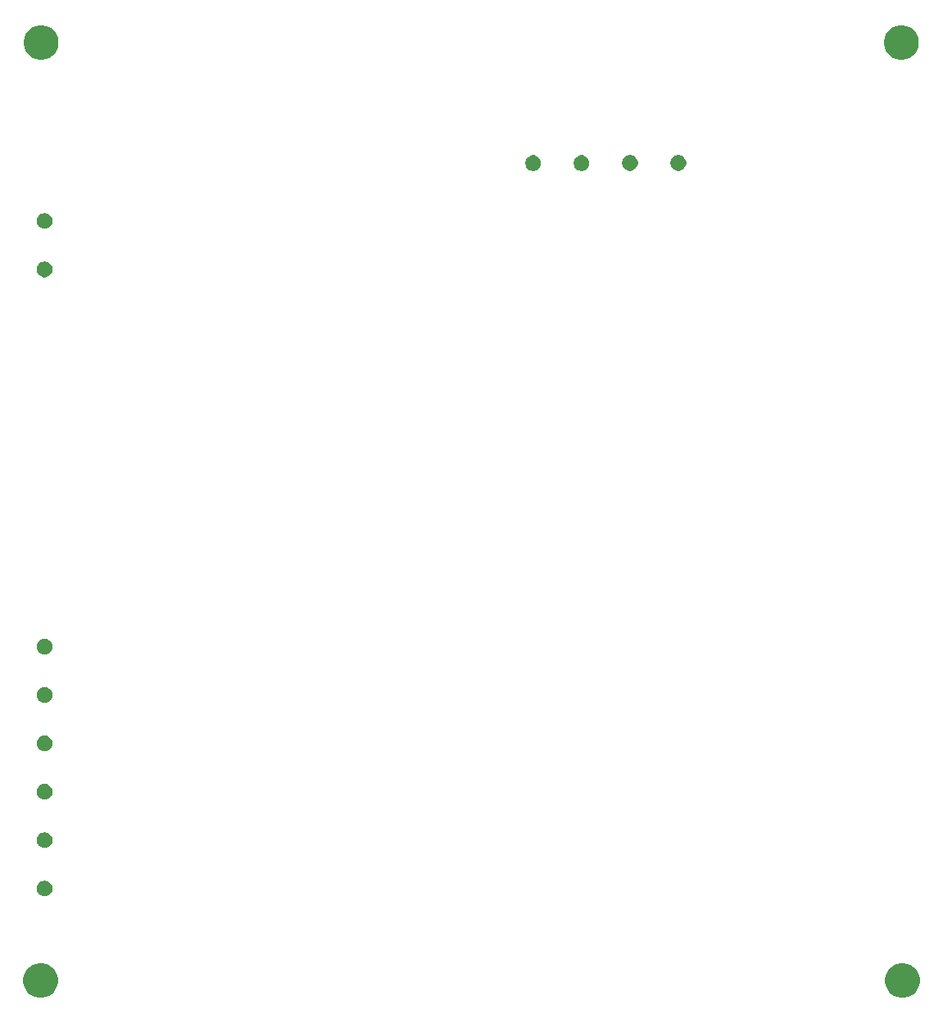
<source format=gbr>
G04 #@! TF.GenerationSoftware,KiCad,Pcbnew,5.1.5*
G04 #@! TF.CreationDate,2020-01-08T22:08:46+02:00*
G04 #@! TF.ProjectId,proto_II_assembly,70726f74-6f5f-4494-995f-617373656d62,rev?*
G04 #@! TF.SameCoordinates,Original*
G04 #@! TF.FileFunction,Soldermask,Bot*
G04 #@! TF.FilePolarity,Negative*
%FSLAX46Y46*%
G04 Gerber Fmt 4.6, Leading zero omitted, Abs format (unit mm)*
G04 Created by KiCad (PCBNEW 5.1.5) date 2020-01-08 22:08:46*
%MOMM*%
%LPD*%
G04 APERTURE LIST*
G04 #@! TA.AperFunction,NonConductor*
%ADD10C,0.160000*%
G04 #@! TD*
G04 APERTURE END LIST*
D10*
G36*
X44125331Y-128268212D02*
G01*
X44453092Y-128403975D01*
X44748070Y-128601073D01*
X44998928Y-128851931D01*
X45196026Y-129146909D01*
X45331789Y-129474670D01*
X45401000Y-129822617D01*
X45401000Y-130177385D01*
X45331789Y-130525332D01*
X45196026Y-130853093D01*
X44998928Y-131148071D01*
X44748070Y-131398929D01*
X44453092Y-131596027D01*
X44125331Y-131731790D01*
X43777384Y-131801001D01*
X43422616Y-131801001D01*
X43074669Y-131731790D01*
X42746908Y-131596027D01*
X42451930Y-131398929D01*
X42201072Y-131148071D01*
X42003974Y-130853093D01*
X41868211Y-130525332D01*
X41799000Y-130177385D01*
X41799000Y-129822617D01*
X41868211Y-129474670D01*
X42003974Y-129146909D01*
X42201072Y-128851931D01*
X42451930Y-128601073D01*
X42746908Y-128403975D01*
X43074669Y-128268212D01*
X43422616Y-128199001D01*
X43777384Y-128199001D01*
X44125331Y-128268212D01*
G37*
G36*
X133175331Y-128268212D02*
G01*
X133503092Y-128403975D01*
X133798070Y-128601073D01*
X134048928Y-128851931D01*
X134246026Y-129146909D01*
X134381789Y-129474670D01*
X134451000Y-129822617D01*
X134451000Y-130177385D01*
X134381789Y-130525332D01*
X134246026Y-130853093D01*
X134048928Y-131148071D01*
X133798070Y-131398929D01*
X133503092Y-131596027D01*
X133175331Y-131731790D01*
X132827384Y-131801001D01*
X132472616Y-131801001D01*
X132124669Y-131731790D01*
X131796908Y-131596027D01*
X131501930Y-131398929D01*
X131251072Y-131148071D01*
X131053974Y-130853093D01*
X130918211Y-130525332D01*
X130849000Y-130177385D01*
X130849000Y-129822617D01*
X130918211Y-129474670D01*
X131053974Y-129146909D01*
X131251072Y-128851931D01*
X131501930Y-128601073D01*
X131796908Y-128403975D01*
X132124669Y-128268212D01*
X132472616Y-128199001D01*
X132827384Y-128199001D01*
X133175331Y-128268212D01*
G37*
G36*
X44237142Y-119718242D02*
G01*
X44385101Y-119779529D01*
X44518255Y-119868499D01*
X44631501Y-119981745D01*
X44720471Y-120114899D01*
X44781758Y-120262858D01*
X44813000Y-120419925D01*
X44813000Y-120580075D01*
X44781758Y-120737142D01*
X44720471Y-120885101D01*
X44631501Y-121018255D01*
X44518255Y-121131501D01*
X44385101Y-121220471D01*
X44237142Y-121281758D01*
X44080075Y-121313000D01*
X43919925Y-121313000D01*
X43762858Y-121281758D01*
X43614899Y-121220471D01*
X43481745Y-121131501D01*
X43368499Y-121018255D01*
X43279529Y-120885101D01*
X43218242Y-120737142D01*
X43187000Y-120580075D01*
X43187000Y-120419925D01*
X43218242Y-120262858D01*
X43279529Y-120114899D01*
X43368499Y-119981745D01*
X43481745Y-119868499D01*
X43614899Y-119779529D01*
X43762858Y-119718242D01*
X43919925Y-119687000D01*
X44080075Y-119687000D01*
X44237142Y-119718242D01*
G37*
G36*
X44237142Y-114718242D02*
G01*
X44385101Y-114779529D01*
X44518255Y-114868499D01*
X44631501Y-114981745D01*
X44720471Y-115114899D01*
X44781758Y-115262858D01*
X44813000Y-115419925D01*
X44813000Y-115580075D01*
X44781758Y-115737142D01*
X44720471Y-115885101D01*
X44631501Y-116018255D01*
X44518255Y-116131501D01*
X44385101Y-116220471D01*
X44237142Y-116281758D01*
X44080075Y-116313000D01*
X43919925Y-116313000D01*
X43762858Y-116281758D01*
X43614899Y-116220471D01*
X43481745Y-116131501D01*
X43368499Y-116018255D01*
X43279529Y-115885101D01*
X43218242Y-115737142D01*
X43187000Y-115580075D01*
X43187000Y-115419925D01*
X43218242Y-115262858D01*
X43279529Y-115114899D01*
X43368499Y-114981745D01*
X43481745Y-114868499D01*
X43614899Y-114779529D01*
X43762858Y-114718242D01*
X43919925Y-114687000D01*
X44080075Y-114687000D01*
X44237142Y-114718242D01*
G37*
G36*
X44237142Y-109718242D02*
G01*
X44385101Y-109779529D01*
X44518255Y-109868499D01*
X44631501Y-109981745D01*
X44720471Y-110114899D01*
X44781758Y-110262858D01*
X44813000Y-110419925D01*
X44813000Y-110580075D01*
X44781758Y-110737142D01*
X44720471Y-110885101D01*
X44631501Y-111018255D01*
X44518255Y-111131501D01*
X44385101Y-111220471D01*
X44237142Y-111281758D01*
X44080075Y-111313000D01*
X43919925Y-111313000D01*
X43762858Y-111281758D01*
X43614899Y-111220471D01*
X43481745Y-111131501D01*
X43368499Y-111018255D01*
X43279529Y-110885101D01*
X43218242Y-110737142D01*
X43187000Y-110580075D01*
X43187000Y-110419925D01*
X43218242Y-110262858D01*
X43279529Y-110114899D01*
X43368499Y-109981745D01*
X43481745Y-109868499D01*
X43614899Y-109779529D01*
X43762858Y-109718242D01*
X43919925Y-109687000D01*
X44080075Y-109687000D01*
X44237142Y-109718242D01*
G37*
G36*
X44237142Y-104718242D02*
G01*
X44385101Y-104779529D01*
X44518255Y-104868499D01*
X44631501Y-104981745D01*
X44720471Y-105114899D01*
X44781758Y-105262858D01*
X44813000Y-105419925D01*
X44813000Y-105580075D01*
X44781758Y-105737142D01*
X44720471Y-105885101D01*
X44631501Y-106018255D01*
X44518255Y-106131501D01*
X44385101Y-106220471D01*
X44237142Y-106281758D01*
X44080075Y-106313000D01*
X43919925Y-106313000D01*
X43762858Y-106281758D01*
X43614899Y-106220471D01*
X43481745Y-106131501D01*
X43368499Y-106018255D01*
X43279529Y-105885101D01*
X43218242Y-105737142D01*
X43187000Y-105580075D01*
X43187000Y-105419925D01*
X43218242Y-105262858D01*
X43279529Y-105114899D01*
X43368499Y-104981745D01*
X43481745Y-104868499D01*
X43614899Y-104779529D01*
X43762858Y-104718242D01*
X43919925Y-104687000D01*
X44080075Y-104687000D01*
X44237142Y-104718242D01*
G37*
G36*
X44237142Y-99718242D02*
G01*
X44385101Y-99779529D01*
X44518255Y-99868499D01*
X44631501Y-99981745D01*
X44720471Y-100114899D01*
X44781758Y-100262858D01*
X44813000Y-100419925D01*
X44813000Y-100580075D01*
X44781758Y-100737142D01*
X44720471Y-100885101D01*
X44631501Y-101018255D01*
X44518255Y-101131501D01*
X44385101Y-101220471D01*
X44237142Y-101281758D01*
X44080075Y-101313000D01*
X43919925Y-101313000D01*
X43762858Y-101281758D01*
X43614899Y-101220471D01*
X43481745Y-101131501D01*
X43368499Y-101018255D01*
X43279529Y-100885101D01*
X43218242Y-100737142D01*
X43187000Y-100580075D01*
X43187000Y-100419925D01*
X43218242Y-100262858D01*
X43279529Y-100114899D01*
X43368499Y-99981745D01*
X43481745Y-99868499D01*
X43614899Y-99779529D01*
X43762858Y-99718242D01*
X43919925Y-99687000D01*
X44080075Y-99687000D01*
X44237142Y-99718242D01*
G37*
G36*
X44237142Y-94718242D02*
G01*
X44385101Y-94779529D01*
X44518255Y-94868499D01*
X44631501Y-94981745D01*
X44720471Y-95114899D01*
X44781758Y-95262858D01*
X44813000Y-95419925D01*
X44813000Y-95580075D01*
X44781758Y-95737142D01*
X44720471Y-95885101D01*
X44631501Y-96018255D01*
X44518255Y-96131501D01*
X44385101Y-96220471D01*
X44237142Y-96281758D01*
X44080075Y-96313000D01*
X43919925Y-96313000D01*
X43762858Y-96281758D01*
X43614899Y-96220471D01*
X43481745Y-96131501D01*
X43368499Y-96018255D01*
X43279529Y-95885101D01*
X43218242Y-95737142D01*
X43187000Y-95580075D01*
X43187000Y-95419925D01*
X43218242Y-95262858D01*
X43279529Y-95114899D01*
X43368499Y-94981745D01*
X43481745Y-94868499D01*
X43614899Y-94779529D01*
X43762858Y-94718242D01*
X43919925Y-94687000D01*
X44080075Y-94687000D01*
X44237142Y-94718242D01*
G37*
G36*
X44237142Y-55718242D02*
G01*
X44385101Y-55779529D01*
X44518255Y-55868499D01*
X44631501Y-55981745D01*
X44720471Y-56114899D01*
X44781758Y-56262858D01*
X44813000Y-56419925D01*
X44813000Y-56580075D01*
X44781758Y-56737142D01*
X44720471Y-56885101D01*
X44631501Y-57018255D01*
X44518255Y-57131501D01*
X44385101Y-57220471D01*
X44237142Y-57281758D01*
X44080075Y-57313000D01*
X43919925Y-57313000D01*
X43762858Y-57281758D01*
X43614899Y-57220471D01*
X43481745Y-57131501D01*
X43368499Y-57018255D01*
X43279529Y-56885101D01*
X43218242Y-56737142D01*
X43187000Y-56580075D01*
X43187000Y-56419925D01*
X43218242Y-56262858D01*
X43279529Y-56114899D01*
X43368499Y-55981745D01*
X43481745Y-55868499D01*
X43614899Y-55779529D01*
X43762858Y-55718242D01*
X43919925Y-55687000D01*
X44080075Y-55687000D01*
X44237142Y-55718242D01*
G37*
G36*
X44237142Y-50718242D02*
G01*
X44385101Y-50779529D01*
X44518255Y-50868499D01*
X44631501Y-50981745D01*
X44720471Y-51114899D01*
X44781758Y-51262858D01*
X44813000Y-51419925D01*
X44813000Y-51580075D01*
X44781758Y-51737142D01*
X44720471Y-51885101D01*
X44631501Y-52018255D01*
X44518255Y-52131501D01*
X44385101Y-52220471D01*
X44237142Y-52281758D01*
X44080075Y-52313000D01*
X43919925Y-52313000D01*
X43762858Y-52281758D01*
X43614899Y-52220471D01*
X43481745Y-52131501D01*
X43368499Y-52018255D01*
X43279529Y-51885101D01*
X43218242Y-51737142D01*
X43187000Y-51580075D01*
X43187000Y-51419925D01*
X43218242Y-51262858D01*
X43279529Y-51114899D01*
X43368499Y-50981745D01*
X43481745Y-50868499D01*
X43614899Y-50779529D01*
X43762858Y-50718242D01*
X43919925Y-50687000D01*
X44080075Y-50687000D01*
X44237142Y-50718242D01*
G37*
G36*
X99737142Y-44726042D02*
G01*
X99885101Y-44787329D01*
X100018255Y-44876299D01*
X100131501Y-44989545D01*
X100220471Y-45122699D01*
X100281758Y-45270658D01*
X100313000Y-45427725D01*
X100313000Y-45587875D01*
X100281758Y-45744942D01*
X100220471Y-45892901D01*
X100131501Y-46026055D01*
X100018255Y-46139301D01*
X99885101Y-46228271D01*
X99737142Y-46289558D01*
X99580075Y-46320800D01*
X99419925Y-46320800D01*
X99262858Y-46289558D01*
X99114899Y-46228271D01*
X98981745Y-46139301D01*
X98868499Y-46026055D01*
X98779529Y-45892901D01*
X98718242Y-45744942D01*
X98687000Y-45587875D01*
X98687000Y-45427725D01*
X98718242Y-45270658D01*
X98779529Y-45122699D01*
X98868499Y-44989545D01*
X98981745Y-44876299D01*
X99114899Y-44787329D01*
X99262858Y-44726042D01*
X99419925Y-44694800D01*
X99580075Y-44694800D01*
X99737142Y-44726042D01*
G37*
G36*
X94737142Y-44726042D02*
G01*
X94885101Y-44787329D01*
X95018255Y-44876299D01*
X95131501Y-44989545D01*
X95220471Y-45122699D01*
X95281758Y-45270658D01*
X95313000Y-45427725D01*
X95313000Y-45587875D01*
X95281758Y-45744942D01*
X95220471Y-45892901D01*
X95131501Y-46026055D01*
X95018255Y-46139301D01*
X94885101Y-46228271D01*
X94737142Y-46289558D01*
X94580075Y-46320800D01*
X94419925Y-46320800D01*
X94262858Y-46289558D01*
X94114899Y-46228271D01*
X93981745Y-46139301D01*
X93868499Y-46026055D01*
X93779529Y-45892901D01*
X93718242Y-45744942D01*
X93687000Y-45587875D01*
X93687000Y-45427725D01*
X93718242Y-45270658D01*
X93779529Y-45122699D01*
X93868499Y-44989545D01*
X93981745Y-44876299D01*
X94114899Y-44787329D01*
X94262858Y-44726042D01*
X94419925Y-44694800D01*
X94580075Y-44694800D01*
X94737142Y-44726042D01*
G37*
G36*
X109737142Y-44713342D02*
G01*
X109885101Y-44774629D01*
X110018255Y-44863599D01*
X110131501Y-44976845D01*
X110220471Y-45109999D01*
X110281758Y-45257958D01*
X110313000Y-45415025D01*
X110313000Y-45575175D01*
X110281758Y-45732242D01*
X110220471Y-45880201D01*
X110131501Y-46013355D01*
X110018255Y-46126601D01*
X109885101Y-46215571D01*
X109737142Y-46276858D01*
X109580075Y-46308100D01*
X109419925Y-46308100D01*
X109262858Y-46276858D01*
X109114899Y-46215571D01*
X108981745Y-46126601D01*
X108868499Y-46013355D01*
X108779529Y-45880201D01*
X108718242Y-45732242D01*
X108687000Y-45575175D01*
X108687000Y-45415025D01*
X108718242Y-45257958D01*
X108779529Y-45109999D01*
X108868499Y-44976845D01*
X108981745Y-44863599D01*
X109114899Y-44774629D01*
X109262858Y-44713342D01*
X109419925Y-44682100D01*
X109580075Y-44682100D01*
X109737142Y-44713342D01*
G37*
G36*
X104737142Y-44713342D02*
G01*
X104885101Y-44774629D01*
X105018255Y-44863599D01*
X105131501Y-44976845D01*
X105220471Y-45109999D01*
X105281758Y-45257958D01*
X105313000Y-45415025D01*
X105313000Y-45575175D01*
X105281758Y-45732242D01*
X105220471Y-45880201D01*
X105131501Y-46013355D01*
X105018255Y-46126601D01*
X104885101Y-46215571D01*
X104737142Y-46276858D01*
X104580075Y-46308100D01*
X104419925Y-46308100D01*
X104262858Y-46276858D01*
X104114899Y-46215571D01*
X103981745Y-46126601D01*
X103868499Y-46013355D01*
X103779529Y-45880201D01*
X103718242Y-45732242D01*
X103687000Y-45575175D01*
X103687000Y-45415025D01*
X103718242Y-45257958D01*
X103779529Y-45109999D01*
X103868499Y-44976845D01*
X103981745Y-44863599D01*
X104114899Y-44774629D01*
X104262858Y-44713342D01*
X104419925Y-44682100D01*
X104580075Y-44682100D01*
X104737142Y-44713342D01*
G37*
G36*
X44175331Y-31318212D02*
G01*
X44503092Y-31453975D01*
X44798070Y-31651073D01*
X45048928Y-31901931D01*
X45246026Y-32196909D01*
X45381789Y-32524670D01*
X45451000Y-32872617D01*
X45451000Y-33227385D01*
X45381789Y-33575332D01*
X45246026Y-33903093D01*
X45048928Y-34198071D01*
X44798070Y-34448929D01*
X44503092Y-34646027D01*
X44175331Y-34781790D01*
X43827384Y-34851001D01*
X43472616Y-34851001D01*
X43124669Y-34781790D01*
X42796908Y-34646027D01*
X42501930Y-34448929D01*
X42251072Y-34198071D01*
X42053974Y-33903093D01*
X41918211Y-33575332D01*
X41849000Y-33227385D01*
X41849000Y-32872617D01*
X41918211Y-32524670D01*
X42053974Y-32196909D01*
X42251072Y-31901931D01*
X42501930Y-31651073D01*
X42796908Y-31453975D01*
X43124669Y-31318212D01*
X43472616Y-31249001D01*
X43827384Y-31249001D01*
X44175331Y-31318212D01*
G37*
G36*
X133075331Y-31318211D02*
G01*
X133403092Y-31453974D01*
X133698070Y-31651072D01*
X133948928Y-31901930D01*
X134146026Y-32196908D01*
X134281789Y-32524669D01*
X134351000Y-32872616D01*
X134351000Y-33227384D01*
X134281789Y-33575331D01*
X134146026Y-33903092D01*
X133948928Y-34198070D01*
X133698070Y-34448928D01*
X133403092Y-34646026D01*
X133075331Y-34781789D01*
X132727384Y-34851000D01*
X132372616Y-34851000D01*
X132024669Y-34781789D01*
X131696908Y-34646026D01*
X131401930Y-34448928D01*
X131151072Y-34198070D01*
X130953974Y-33903092D01*
X130818211Y-33575331D01*
X130749000Y-33227384D01*
X130749000Y-32872616D01*
X130818211Y-32524669D01*
X130953974Y-32196908D01*
X131151072Y-31901930D01*
X131401930Y-31651072D01*
X131696908Y-31453974D01*
X132024669Y-31318211D01*
X132372616Y-31249000D01*
X132727384Y-31249000D01*
X133075331Y-31318211D01*
G37*
M02*

</source>
